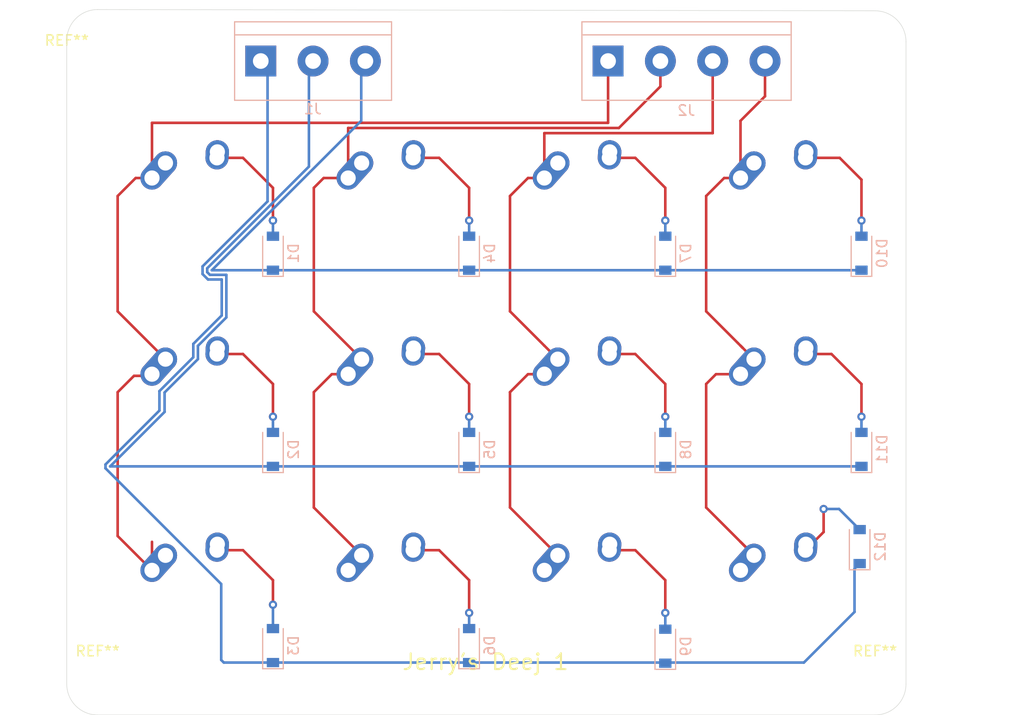
<source format=kicad_pcb>
(kicad_pcb (version 20240108) (generator "pcbnew") (generator_version "8.0")
  (layers (0 "F.Cu" signal) (31 "B.Cu" signal) (34 "B.Paste" user) (35 "F.Paste" user) (36 "B.SilkS" user "B.Silkscreen") (37 "F.SilkS" user "F.Silkscreen") (38 "B.Mask" user) (39 "F.Mask" user) (44 "Edge.Cuts" user))
  (net 0 "")
  (net 1 "ROW0")
  (net 2 "Net-(D1-Pad2)")
  (net 3 "Net-(D2-Pad2)")
  (net 4 "Net-(D3-Pad2)")
  (net 5 "Net-(D4-Pad2)")
  (net 6 "Net-(D6-Pad2)")
  (net 7 "Net-(D7-Pad2)")
  (net 8 "Net-(D8-Pad2)")
  (net 9 "Net-(D10-Pad2)")
  (net 10 "Net-(D11-Pad2)")
  (net 11 "Net-(D12-Pad2)")
  (net 12 "COL0")
  (net 13 "COL1")
  (net 14 "COL2")
  (net 15 "COL3")
  (net 16 "Net-(D5-Pad2)")
  (net 17 "Net-(D9-Pad2)")
  (net 18 "ROW2")
  (net 19 "ROW1")
  (footprint "MX_Alps_Hybrid:MX-1U-NoLED" (layer "F.Cu") (at 128.5875 88.9)
    (property "Reference" "MX1")
    (property "Value" "MX-NoLED")
    (pad "" np_thru_hole circle (at -5.08 0 48.0996) (size 1.75 1.75) (drill 1.75) (layers "*.Cu" "*.Mask"))
    (pad "" np_thru_hole circle (at 0 0) (size 3.9878 3.9878) (drill 3.9878) (layers "*.Cu" "*.Mask"))
    (pad "" np_thru_hole circle (at 5.08 0 48.0996) (size 1.75 1.75) (drill 1.75) (layers "*.Cu" "*.Mask"))
    (pad "1" thru_hole oval (at -3.81 -2.54 48.0996) (size 4.211556 2.25) (drill 1.47 (offset 0.980778 0)) (layers "*.Cu" "B.Mask") (net 12 "COL0"))
    (pad "1" thru_hole circle (at -2.5 -4) (size 2.25 2.25) (drill 1.47) (layers "*.Cu" "B.Mask") (net 12 "COL0"))
    (pad "2" thru_hole oval (at 2.5 -4.5 86.0548) (size 2.831378 2.25) (drill 1.47 (offset 0.290689 0)) (layers "*.Cu" "B.Mask") (net 2 "Net-(D1-Pad2)"))
    (pad "2" thru_hole circle (at 2.54 -5.08) (size 2.25 2.25) (drill 1.47) (layers "*.Cu" "B.Mask") (net 2 "Net-(D1-Pad2)"))
  )
  (footprint "MX_Alps_Hybrid:MX-1U-NoLED" (layer "F.Cu") (at 128.5875 107.95)
    (property "Reference" "MX2")
    (property "Value" "MX-NoLED")
    (pad "" np_thru_hole circle (at -5.08 0 48.0996) (size 1.75 1.75) (drill 1.75) (layers "*.Cu" "*.Mask"))
    (pad "" np_thru_hole circle (at 0 0) (size 3.9878 3.9878) (drill 3.9878) (layers "*.Cu" "*.Mask"))
    (pad "" np_thru_hole circle (at 5.08 0 48.0996) (size 1.75 1.75) (drill 1.75) (layers "*.Cu" "*.Mask"))
    (pad "1" thru_hole oval (at -3.81 -2.54 48.0996) (size 4.211556 2.25) (drill 1.47 (offset 0.980778 0)) (layers "*.Cu" "B.Mask") (net 12 "COL0"))
    (pad "1" thru_hole circle (at -2.5 -4) (size 2.25 2.25) (drill 1.47) (layers "*.Cu" "B.Mask") (net 12 "COL0"))
    (pad "2" thru_hole oval (at 2.5 -4.5 86.0548) (size 2.831378 2.25) (drill 1.47 (offset 0.290689 0)) (layers "*.Cu" "B.Mask") (net 3 "Net-(D2-Pad2)"))
    (pad "2" thru_hole circle (at 2.54 -5.08) (size 2.25 2.25) (drill 1.47) (layers "*.Cu" "B.Mask") (net 3 "Net-(D2-Pad2)"))
  )
  (footprint "MX_Alps_Hybrid:MX-1U-NoLED" (layer "F.Cu") (at 128.5875 127)
    (property "Reference" "MX3")
    (property "Value" "MX-NoLED")
    (pad "" np_thru_hole circle (at -5.08 0 48.0996) (size 1.75 1.75) (drill 1.75) (layers "*.Cu" "*.Mask"))
    (pad "" np_thru_hole circle (at 0 0) (size 3.9878 3.9878) (drill 3.9878) (layers "*.Cu" "*.Mask"))
    (pad "" np_thru_hole circle (at 5.08 0 48.0996) (size 1.75 1.75) (drill 1.75) (layers "*.Cu" "*.Mask"))
    (pad "1" thru_hole oval (at -3.81 -2.54 48.0996) (size 4.211556 2.25) (drill 1.47 (offset 0.980778 0)) (layers "*.Cu" "B.Mask") (net 12 "COL0"))
    (pad "1" thru_hole circle (at -2.5 -4) (size 2.25 2.25) (drill 1.47) (layers "*.Cu" "B.Mask") (net 12 "COL0"))
    (pad "2" thru_hole oval (at 2.5 -4.5 86.0548) (size 2.831378 2.25) (drill 1.47 (offset 0.290689 0)) (layers "*.Cu" "B.Mask") (net 4 "Net-(D3-Pad2)"))
    (pad "2" thru_hole circle (at 2.54 -5.08) (size 2.25 2.25) (drill 1.47) (layers "*.Cu" "B.Mask") (net 4 "Net-(D3-Pad2)"))
  )
  (footprint "MX_Alps_Hybrid:MX-1U-NoLED" (layer "F.Cu") (at 147.6375 88.9)
    (property "Reference" "MX4")
    (property "Value" "MX-NoLED")
    (pad "" np_thru_hole circle (at -5.08 0 48.0996) (size 1.75 1.75) (drill 1.75) (layers "*.Cu" "*.Mask"))
    (pad "" np_thru_hole circle (at 0 0) (size 3.9878 3.9878) (drill 3.9878) (layers "*.Cu" "*.Mask"))
    (pad "" np_thru_hole circle (at 5.08 0 48.0996) (size 1.75 1.75) (drill 1.75) (layers "*.Cu" "*.Mask"))
    (pad "1" thru_hole oval (at -3.81 -2.54 48.0996) (size 4.211556 2.25) (drill 1.47 (offset 0.980778 0)) (layers "*.Cu" "B.Mask") (net 13 "COL1"))
    (pad "1" thru_hole circle (at -2.5 -4) (size 2.25 2.25) (drill 1.47) (layers "*.Cu" "B.Mask") (net 13 "COL1"))
    (pad "2" thru_hole oval (at 2.5 -4.5 86.0548) (size 2.831378 2.25) (drill 1.47 (offset 0.290689 0)) (layers "*.Cu" "B.Mask") (net 5 "Net-(D4-Pad2)"))
    (pad "2" thru_hole circle (at 2.54 -5.08) (size 2.25 2.25) (drill 1.47) (layers "*.Cu" "B.Mask") (net 5 "Net-(D4-Pad2)"))
  )
  (footprint "MX_Alps_Hybrid:MX-1U-NoLED" (layer "F.Cu") (at 147.6375 107.95)
    (property "Reference" "MX5")
    (property "Value" "MX-NoLED")
    (pad "" np_thru_hole circle (at -5.08 0 48.0996) (size 1.75 1.75) (drill 1.75) (layers "*.Cu" "*.Mask"))
    (pad "" np_thru_hole circle (at 0 0) (size 3.9878 3.9878) (drill 3.9878) (layers "*.Cu" "*.Mask"))
    (pad "" np_thru_hole circle (at 5.08 0 48.0996) (size 1.75 1.75) (drill 1.75) (layers "*.Cu" "*.Mask"))
    (pad "1" thru_hole oval (at -3.81 -2.54 48.0996) (size 4.211556 2.25) (drill 1.47 (offset 0.980778 0)) (layers "*.Cu" "B.Mask") (net 13 "COL1"))
    (pad "1" thru_hole circle (at -2.5 -4) (size 2.25 2.25) (drill 1.47) (layers "*.Cu" "B.Mask") (net 13 "COL1"))
    (pad "2" thru_hole oval (at 2.5 -4.5 86.0548) (size 2.831378 2.25) (drill 1.47 (offset 0.290689 0)) (layers "*.Cu" "B.Mask") (net 16 "Net-(D5-Pad2)"))
    (pad "2" thru_hole circle (at 2.54 -5.08) (size 2.25 2.25) (drill 1.47) (layers "*.Cu" "B.Mask") (net 16 "Net-(D5-Pad2)"))
  )
  (footprint "MX_Alps_Hybrid:MX-1U-NoLED" (layer "F.Cu") (at 147.6375 127)
    (property "Reference" "MX6")
    (property "Value" "MX-NoLED")
    (pad "" np_thru_hole circle (at -5.08 0 48.0996) (size 1.75 1.75) (drill 1.75) (layers "*.Cu" "*.Mask"))
    (pad "" np_thru_hole circle (at 0 0) (size 3.9878 3.9878) (drill 3.9878) (layers "*.Cu" "*.Mask"))
    (pad "" np_thru_hole circle (at 5.08 0 48.0996) (size 1.75 1.75) (drill 1.75) (layers "*.Cu" "*.Mask"))
    (pad "1" thru_hole oval (at -3.81 -2.54 48.0996) (size 4.211556 2.25) (drill 1.47 (offset 0.980778 0)) (layers "*.Cu" "B.Mask") (net 13 "COL1"))
    (pad "1" thru_hole circle (at -2.5 -4) (size 2.25 2.25) (drill 1.47) (layers "*.Cu" "B.Mask") (net 13 "COL1"))
    (pad "2" thru_hole oval (at 2.5 -4.5 86.0548) (size 2.831378 2.25) (drill 1.47 (offset 0.290689 0)) (layers "*.Cu" "B.Mask") (net 6 "Net-(D6-Pad2)"))
    (pad "2" thru_hole circle (at 2.54 -5.08) (size 2.25 2.25) (drill 1.47) (layers "*.Cu" "B.Mask") (net 6 "Net-(D6-Pad2)"))
  )
  (footprint "MX_Alps_Hybrid:MX-1U-NoLED" (layer "F.Cu") (at 166.6875 88.9)
    (property "Reference" "MX7")
    (property "Value" "MX-NoLED")
    (pad "" np_thru_hole circle (at -5.08 0 48.0996) (size 1.75 1.75) (drill 1.75) (layers "*.Cu" "*.Mask"))
    (pad "" np_thru_hole circle (at 0 0) (size 3.9878 3.9878) (drill 3.9878) (layers "*.Cu" "*.Mask"))
    (pad "" np_thru_hole circle (at 5.08 0 48.0996) (size 1.75 1.75) (drill 1.75) (layers "*.Cu" "*.Mask"))
    (pad "1" thru_hole oval (at -3.81 -2.54 48.0996) (size 4.211556 2.25) (drill 1.47 (offset 0.980778 0)) (layers "*.Cu" "B.Mask") (net 14 "COL2"))
    (pad "1" thru_hole circle (at -2.5 -4) (size 2.25 2.25) (drill 1.47) (layers "*.Cu" "B.Mask") (net 14 "COL2"))
    (pad "2" thru_hole oval (at 2.5 -4.5 86.0548) (size 2.831378 2.25) (drill 1.47 (offset 0.290689 0)) (layers "*.Cu" "B.Mask") (net 7 "Net-(D7-Pad2)"))
    (pad "2" thru_hole circle (at 2.54 -5.08) (size 2.25 2.25) (drill 1.47) (layers "*.Cu" "B.Mask") (net 7 "Net-(D7-Pad2)"))
  )
  (footprint "MX_Alps_Hybrid:MX-1U-NoLED" (layer "F.Cu") (at 166.6875 107.95)
    (property "Reference" "MX8")
    (property "Value" "MX-NoLED")
    (pad "" np_thru_hole circle (at -5.08 0 48.0996) (size 1.75 1.75) (drill 1.75) (layers "*.Cu" "*.Mask"))
    (pad "" np_thru_hole circle (at 0 0) (size 3.9878 3.9878) (drill 3.9878) (layers "*.Cu" "*.Mask"))
    (pad "" np_thru_hole circle (at 5.08 0 48.0996) (size 1.75 1.75) (drill 1.75) (layers "*.Cu" "*.Mask"))
    (pad "1" thru_hole oval (at -3.81 -2.54 48.0996) (size 4.211556 2.25) (drill 1.47 (offset 0.980778 0)) (layers "*.Cu" "B.Mask") (net 14 "COL2"))
    (pad "1" thru_hole circle (at -2.5 -4) (size 2.25 2.25) (drill 1.47) (layers "*.Cu" "B.Mask") (net 14 "COL2"))
    (pad "2" thru_hole oval (at 2.5 -4.5 86.0548) (size 2.831378 2.25) (drill 1.47 (offset 0.290689 0)) (layers "*.Cu" "B.Mask") (net 8 "Net-(D8-Pad2)"))
    (pad "2" thru_hole circle (at 2.54 -5.08) (size 2.25 2.25) (drill 1.47) (layers "*.Cu" "B.Mask") (net 8 "Net-(D8-Pad2)"))
  )
  (footprint "MX_Alps_Hybrid:MX-1U-NoLED" (layer "F.Cu") (at 166.6875 127)
    (property "Reference" "MX9")
    (property "Value" "MX-NoLED")
    (pad "" np_thru_hole circle (at -5.08 0 48.0996) (size 1.75 1.75) (drill 1.75) (layers "*.Cu" "*.Mask"))
    (pad "" np_thru_hole circle (at 0 0) (size 3.9878 3.9878) (drill 3.9878) (layers "*.Cu" "*.Mask"))
    (pad "" np_thru_hole circle (at 5.08 0 48.0996) (size 1.75 1.75) (drill 1.75) (layers "*.Cu" "*.Mask"))
    (pad "1" thru_hole oval (at -3.81 -2.54 48.0996) (size 4.211556 2.25) (drill 1.47 (offset 0.980778 0)) (layers "*.Cu" "B.Mask") (net 14 "COL2"))
    (pad "1" thru_hole circle (at -2.5 -4) (size 2.25 2.25) (drill 1.47) (layers "*.Cu" "B.Mask") (net 14 "COL2"))
    (pad "2" thru_hole oval (at 2.5 -4.5 86.0548) (size 2.831378 2.25) (drill 1.47 (offset 0.290689 0)) (layers "*.Cu" "B.Mask") (net 17 "Net-(D9-Pad2)"))
    (pad "2" thru_hole circle (at 2.54 -5.08) (size 2.25 2.25) (drill 1.47) (layers "*.Cu" "B.Mask") (net 17 "Net-(D9-Pad2)"))
  )
  (footprint "MX_Alps_Hybrid:MX-1U-NoLED" (layer "F.Cu") (at 185.7375 88.9)
    (property "Reference" "MX10")
    (property "Value" "MX-NoLED")
    (pad "" np_thru_hole circle (at -5.08 0 48.0996) (size 1.75 1.75) (drill 1.75) (layers "*.Cu" "*.Mask"))
    (pad "" np_thru_hole circle (at 0 0) (size 3.9878 3.9878) (drill 3.9878) (layers "*.Cu" "*.Mask"))
    (pad "" np_thru_hole circle (at 5.08 0 48.0996) (size 1.75 1.75) (drill 1.75) (layers "*.Cu" "*.Mask"))
    (pad "1" thru_hole oval (at -3.81 -2.54 48.0996) (size 4.211556 2.25) (drill 1.47 (offset 0.980778 0)) (layers "*.Cu" "B.Mask") (net 15 "COL3"))
    (pad "1" thru_hole circle (at -2.5 -4) (size 2.25 2.25) (drill 1.47) (layers "*.Cu" "B.Mask") (net 15 "COL3"))
    (pad "2" thru_hole oval (at 2.5 -4.5 86.0548) (size 2.831378 2.25) (drill 1.47 (offset 0.290689 0)) (layers "*.Cu" "B.Mask") (net 9 "Net-(D10-Pad2)"))
    (pad "2" thru_hole circle (at 2.54 -5.08) (size 2.25 2.25) (drill 1.47) (layers "*.Cu" "B.Mask") (net 9 "Net-(D10-Pad2)"))
  )
  (footprint "MX_Alps_Hybrid:MX-1U-NoLED" (layer "F.Cu") (at 185.7375 107.95)
    (property "Reference" "MX11")
    (property "Value" "MX-NoLED")
    (pad "" np_thru_hole circle (at -5.08 0 48.0996) (size 1.75 1.75) (drill 1.75) (layers "*.Cu" "*.Mask"))
    (pad "" np_thru_hole circle (at 0 0) (size 3.9878 3.9878) (drill 3.9878) (layers "*.Cu" "*.Mask"))
    (pad "" np_thru_hole circle (at 5.08 0 48.0996) (size 1.75 1.75) (drill 1.75) (layers "*.Cu" "*.Mask"))
    (pad "1" thru_hole oval (at -3.81 -2.54 48.0996) (size 4.211556 2.25) (drill 1.47 (offset 0.980778 0)) (layers "*.Cu" "B.Mask") (net 15 "COL3"))
    (pad "1" thru_hole circle (at -2.5 -4) (size 2.25 2.25) (drill 1.47) (layers "*.Cu" "B.Mask") (net 15 "COL3"))
    (pad "2" thru_hole oval (at 2.5 -4.5 86.0548) (size 2.831378 2.25) (drill 1.47 (offset 0.290689 0)) (layers "*.Cu" "B.Mask") (net 10 "Net-(D11-Pad2)"))
    (pad "2" thru_hole circle (at 2.54 -5.08) (size 2.25 2.25) (drill 1.47) (layers "*.Cu" "B.Mask") (net 10 "Net-(D11-Pad2)"))
  )
  (footprint "MX_Alps_Hybrid:MX-1U-NoLED" (layer "F.Cu") (at 185.7375 127)
    (property "Reference" "MX12")
    (property "Value" "MX-NoLED")
    (pad "" np_thru_hole circle (at -5.08 0 48.0996) (size 1.75 1.75) (drill 1.75) (layers "*.Cu" "*.Mask"))
    (pad "" np_thru_hole circle (at 0 0) (size 3.9878 3.9878) (drill 3.9878) (layers "*.Cu" "*.Mask"))
    (pad "" np_thru_hole circle (at 5.08 0 48.0996) (size 1.75 1.75) (drill 1.75) (layers "*.Cu" "*.Mask"))
    (pad "1" thru_hole oval (at -3.81 -2.54 48.0996) (size 4.211556 2.25) (drill 1.47 (offset 0.980778 0)) (layers "*.Cu" "B.Mask") (net 15 "COL3"))
    (pad "1" thru_hole circle (at -2.5 -4) (size 2.25 2.25) (drill 1.47) (layers "*.Cu" "B.Mask") (net 15 "COL3"))
    (pad "2" thru_hole oval (at 2.5 -4.5 86.0548) (size 2.831378 2.25) (drill 1.47 (offset 0.290689 0)) (layers "*.Cu" "B.Mask") (net 11 "Net-(D12-Pad2)"))
    (pad "2" thru_hole circle (at 2.54 -5.08) (size 2.25 2.25) (drill 1.47) (layers "*.Cu" "B.Mask") (net 11 "Net-(D12-Pad2)"))
  )
  (footprint "Mounting_Holes:MountingHole_2.2mm_M2" (layer "F.Cu") (at 195 75)
    (property "Reference" "REF**" (hide yes))
    (property "Value" "MountingHole_2.2mm_M2")
    (pad "" np_thru_hole circle (at 0 0) (size 2.2 2.2) (drill 2.2) (layers "*.Cu" "*.Mask"))
  )
  (footprint "Mounting_Holes:MountingHole_2.2mm_M2" (layer "F.Cu") (at 195 135.5)
    (property "Reference" "REF**" (at 0 -3.2 0) (layer "F.SilkS"))
    (property "Value" "MountingHole_2.2mm_M2")
    (pad "" np_thru_hole circle (at 0 0) (size 2.2 2.2) (drill 2.2) (layers "*.Cu" "*.Mask"))
  )
  (footprint "Mounting_Holes:MountingHole_2.2mm_M2" (layer "F.Cu") (at 119.5 75)
    (property "Reference" "REF**" (at -3 -2 0) (layer "F.SilkS"))
    (property "Value" "MountingHole_2.2mm_M2")
    (pad "" np_thru_hole circle (at 0 0) (size 2.2 2.2) (drill 2.2) (layers "*.Cu" "*.Mask"))
  )
  (footprint "Mounting_Holes:MountingHole_2.2mm_M2" (layer "F.Cu") (at 119.5 135.5)
    (property "Reference" "REF**" (at 0 -3.2 0) (layer "F.SilkS"))
    (property "Value" "MountingHole_2.2mm_M2")
    (pad "" np_thru_hole circle (at 0 0) (size 2.2 2.2) (drill 2.2) (layers "*.Cu" "*.Mask"))
  )
  (footprint "Diodes_SMD:D_SOD-123" (layer "B.Cu") (at 136.525 93.6625 90)
    (property "Reference" "D1" (at 0 2 -90) (layer "B.SilkS") (effects (justify mirror)))
    (property "Value" "D_Small")
    (fp_line (start -2.25 -1) (end 1.65 -1) (stroke (width 0.12)) (layer "B.SilkS"))
    (fp_line (start -2.25 1) (end -2.25 -1) (stroke (width 0.12)) (layer "B.SilkS"))
    (fp_line (start -2.25 1) (end 1.65 1) (stroke (width 0.12)) (layer "B.SilkS"))
    (pad "1" smd rect (at -1.65 0 90) (size 0.9 1.2) (layers "B.Cu" "B.Paste" "B.Mask") (net 18 "ROW2"))
    (pad "2" smd rect (at 1.65 0 90) (size 0.9 1.2) (layers "B.Cu" "B.Paste" "B.Mask") (net 2 "Net-(D1-Pad2)"))
  )
  (footprint "Diodes_SMD:D_SOD-123" (layer "B.Cu") (at 136.525 112.7125 90)
    (property "Reference" "D2" (at 0 2 -90) (layer "B.SilkS") (effects (justify mirror)))
    (property "Value" "D_Small")
    (fp_line (start -2.25 -1) (end 1.65 -1) (stroke (width 0.12)) (layer "B.SilkS"))
    (fp_line (start -2.25 1) (end -2.25 -1) (stroke (width 0.12)) (layer "B.SilkS"))
    (fp_line (start -2.25 1) (end 1.65 1) (stroke (width 0.12)) (layer "B.SilkS"))
    (pad "1" smd rect (at -1.65 0 90) (size 0.9 1.2) (layers "B.Cu" "B.Paste" "B.Mask") (net 19 "ROW1"))
    (pad "2" smd rect (at 1.65 0 90) (size 0.9 1.2) (layers "B.Cu" "B.Paste" "B.Mask") (net 3 "Net-(D2-Pad2)"))
  )
  (footprint "Diodes_SMD:D_SOD-123" (layer "B.Cu") (at 136.525 131.7625 90)
    (property "Reference" "D3" (at 0 2 90) (layer "B.SilkS") (effects (justify mirror)))
    (property "Value" "D_Small")
    (fp_line (start -2.25 -1) (end 1.65 -1) (stroke (width 0.12)) (layer "B.SilkS"))
    (fp_line (start -2.25 1) (end -2.25 -1) (stroke (width 0.12)) (layer "B.SilkS"))
    (fp_line (start -2.25 1) (end 1.65 1) (stroke (width 0.12)) (layer "B.SilkS"))
    (pad "1" smd rect (at -1.65 0 90) (size 0.9 1.2) (layers "B.Cu" "B.Paste" "B.Mask") (net 1 "ROW0"))
    (pad "2" smd rect (at 1.65 0 90) (size 0.9 1.2) (layers "B.Cu" "B.Paste" "B.Mask") (net 4 "Net-(D3-Pad2)"))
  )
  (footprint "Diodes_SMD:D_SOD-123" (layer "B.Cu") (at 155.575 93.6625 90)
    (property "Reference" "D4" (at 0 2 -90) (layer "B.SilkS") (effects (justify mirror)))
    (property "Value" "D_Small")
    (fp_line (start -2.25 -1) (end 1.65 -1) (stroke (width 0.12)) (layer "B.SilkS"))
    (fp_line (start -2.25 1) (end -2.25 -1) (stroke (width 0.12)) (layer "B.SilkS"))
    (fp_line (start -2.25 1) (end 1.65 1) (stroke (width 0.12)) (layer "B.SilkS"))
    (pad "1" smd rect (at -1.65 0 90) (size 0.9 1.2) (layers "B.Cu" "B.Paste" "B.Mask") (net 18 "ROW2"))
    (pad "2" smd rect (at 1.65 0 90) (size 0.9 1.2) (layers "B.Cu" "B.Paste" "B.Mask") (net 5 "Net-(D4-Pad2)"))
  )
  (footprint "Diodes_SMD:D_SOD-123" (layer "B.Cu") (at 155.575 112.7125 90)
    (property "Reference" "D5" (at 0 2 90) (layer "B.SilkS") (effects (justify mirror)))
    (property "Value" "D_Small")
    (fp_line (start -2.25 -1) (end 1.65 -1) (stroke (width 0.12)) (layer "B.SilkS"))
    (fp_line (start -2.25 1) (end -2.25 -1) (stroke (width 0.12)) (layer "B.SilkS"))
    (fp_line (start -2.25 1) (end 1.65 1) (stroke (width 0.12)) (layer "B.SilkS"))
    (pad "1" smd rect (at -1.65 0 90) (size 0.9 1.2) (layers "B.Cu" "B.Paste" "B.Mask") (net 19 "ROW1"))
    (pad "2" smd rect (at 1.65 0 90) (size 0.9 1.2) (layers "B.Cu" "B.Paste" "B.Mask") (net 16 "Net-(D5-Pad2)"))
  )
  (footprint "Diodes_SMD:D_SOD-123" (layer "B.Cu") (at 155.575 131.7625 90)
    (property "Reference" "D6" (at 0 2 90) (layer "B.SilkS") (effects (justify mirror)))
    (property "Value" "D_Small")
    (fp_line (start -2.25 -1) (end 1.65 -1) (stroke (width 0.12)) (layer "B.SilkS"))
    (fp_line (start -2.25 1) (end -2.25 -1) (stroke (width 0.12)) (layer "B.SilkS"))
    (fp_line (start -2.25 1) (end 1.65 1) (stroke (width 0.12)) (layer "B.SilkS"))
    (pad "1" smd rect (at -1.65 0 90) (size 0.9 1.2) (layers "B.Cu" "B.Paste" "B.Mask") (net 1 "ROW0"))
    (pad "2" smd rect (at 1.65 0 90) (size 0.9 1.2) (layers "B.Cu" "B.Paste" "B.Mask") (net 6 "Net-(D6-Pad2)"))
  )
  (footprint "Diodes_SMD:D_SOD-123" (layer "B.Cu") (at 174.625 93.6625 90)
    (property "Reference" "D7" (at 0 2 90) (layer "B.SilkS") (effects (justify mirror)))
    (property "Value" "D_Small")
    (fp_line (start -2.25 -1) (end 1.65 -1) (stroke (width 0.12)) (layer "B.SilkS"))
    (fp_line (start -2.25 1) (end -2.25 -1) (stroke (width 0.12)) (layer "B.SilkS"))
    (fp_line (start -2.25 1) (end 1.65 1) (stroke (width 0.12)) (layer "B.SilkS"))
    (pad "1" smd rect (at -1.65 0 90) (size 0.9 1.2) (layers "B.Cu" "B.Paste" "B.Mask") (net 18 "ROW2"))
    (pad "2" smd rect (at 1.65 0 90) (size 0.9 1.2) (layers "B.Cu" "B.Paste" "B.Mask") (net 7 "Net-(D7-Pad2)"))
  )
  (footprint "Diodes_SMD:D_SOD-123" (layer "B.Cu") (at 174.625 112.7125 90)
    (property "Reference" "D8" (at 0 2 90) (layer "B.SilkS") (effects (justify mirror)))
    (property "Value" "D_Small")
    (fp_line (start -2.25 -1) (end 1.65 -1) (stroke (width 0.12)) (layer "B.SilkS"))
    (fp_line (start -2.25 1) (end -2.25 -1) (stroke (width 0.12)) (layer "B.SilkS"))
    (fp_line (start -2.25 1) (end 1.65 1) (stroke (width 0.12)) (layer "B.SilkS"))
    (pad "1" smd rect (at -1.65 0 90) (size 0.9 1.2) (layers "B.Cu" "B.Paste" "B.Mask") (net 19 "ROW1"))
    (pad "2" smd rect (at 1.65 0 90) (size 0.9 1.2) (layers "B.Cu" "B.Paste" "B.Mask") (net 8 "Net-(D8-Pad2)"))
  )
  (footprint "Diodes_SMD:D_SOD-123" (layer "B.Cu") (at 174.625 131.825 90)
    (property "Reference" "D9" (at 0 2 90) (layer "B.SilkS") (effects (justify mirror)))
    (property "Value" "D_Small")
    (fp_line (start -2.25 -1) (end 1.65 -1) (stroke (width 0.12)) (layer "B.SilkS"))
    (fp_line (start -2.25 1) (end -2.25 -1) (stroke (width 0.12)) (layer "B.SilkS"))
    (fp_line (start -2.25 1) (end 1.65 1) (stroke (width 0.12)) (layer "B.SilkS"))
    (pad "1" smd rect (at -1.65 0 90) (size 0.9 1.2) (layers "B.Cu" "B.Paste" "B.Mask") (net 1 "ROW0"))
    (pad "2" smd rect (at 1.65 0 90) (size 0.9 1.2) (layers "B.Cu" "B.Paste" "B.Mask") (net 17 "Net-(D9-Pad2)"))
  )
  (footprint "Diodes_SMD:D_SOD-123" (layer "B.Cu") (at 193.675 93.6625 90)
    (property "Reference" "D10" (at 0 2 90) (layer "B.SilkS") (effects (justify mirror)))
    (property "Value" "D_Small")
    (fp_line (start -2.25 -1) (end 1.65 -1) (stroke (width 0.12)) (layer "B.SilkS"))
    (fp_line (start -2.25 1) (end -2.25 -1) (stroke (width 0.12)) (layer "B.SilkS"))
    (fp_line (start -2.25 1) (end 1.65 1) (stroke (width 0.12)) (layer "B.SilkS"))
    (pad "1" smd rect (at -1.65 0 90) (size 0.9 1.2) (layers "B.Cu" "B.Paste" "B.Mask") (net 18 "ROW2"))
    (pad "2" smd rect (at 1.65 0 90) (size 0.9 1.2) (layers "B.Cu" "B.Paste" "B.Mask") (net 9 "Net-(D10-Pad2)"))
  )
  (footprint "Diodes_SMD:D_SOD-123" (layer "B.Cu") (at 193.675 112.7125 90)
    (property "Reference" "D11" (at 0 2 90) (layer "B.SilkS") (effects (justify mirror)))
    (property "Value" "D_Small")
    (fp_line (start -2.25 -1) (end 1.65 -1) (stroke (width 0.12)) (layer "B.SilkS"))
    (fp_line (start -2.25 1) (end -2.25 -1) (stroke (width 0.12)) (layer "B.SilkS"))
    (fp_line (start -2.25 1) (end 1.65 1) (stroke (width 0.12)) (layer "B.SilkS"))
    (pad "1" smd rect (at -1.65 0 90) (size 0.9 1.2) (layers "B.Cu" "B.Paste" "B.Mask") (net 19 "ROW1"))
    (pad "2" smd rect (at 1.65 0 90) (size 0.9 1.2) (layers "B.Cu" "B.Paste" "B.Mask") (net 10 "Net-(D11-Pad2)"))
  )
  (footprint "Diodes_SMD:D_SOD-123" (layer "B.Cu") (at 193.5 122.15 90)
    (property "Reference" "D12" (at 0 2 90) (layer "B.SilkS") (effects (justify mirror)))
    (property "Value" "D_Small")
    (fp_line (start -2.25 -1) (end 1.65 -1) (stroke (width 0.12)) (layer "B.SilkS"))
    (fp_line (start -2.25 1) (end -2.25 -1) (stroke (width 0.12)) (layer "B.SilkS"))
    (fp_line (start -2.25 1) (end 1.65 1) (stroke (width 0.12)) (layer "B.SilkS"))
    (pad "1" smd rect (at -1.65 0 90) (size 0.9 1.2) (layers "B.Cu" "B.Paste" "B.Mask") (net 1 "ROW0"))
    (pad "2" smd rect (at 1.65 0 90) (size 0.9 1.2) (layers "B.Cu" "B.Paste" "B.Mask") (net 11 "Net-(D12-Pad2)"))
  )
  (footprint "Connectors_Terminal_Blocks:TerminalBlock_bornier-3_P5.08mm" (layer "B.Cu") (at 135.34 75)
    (property "Reference" "J1" (at 5.05 4.65 0) (layer "B.SilkS") (effects (justify mirror)))
    (property "Value" "Screw_Terminal_01x03")
    (fp_line (start -2.54 -3.81) (end -2.54 3.81) (stroke (width 0.12)) (layer "B.SilkS"))
    (fp_line (start -2.54 -3.81) (end 12.7 -3.81) (stroke (width 0.12)) (layer "B.SilkS"))
    (fp_line (start -2.54 -2.54) (end 12.7 -2.54) (stroke (width 0.12)) (layer "B.SilkS"))
    (fp_line (start -2.54 3.81) (end 12.7 3.81) (stroke (width 0.12)) (layer "B.SilkS"))
    (fp_line (start 12.7 -3.81) (end 12.7 3.81) (stroke (width 0.12)) (layer "B.SilkS"))
    (pad "1" thru_hole rect (at 0 0) (size 3 3) (drill 1.52) (layers "*.Cu" "*.Mask") (net 1 "ROW0"))
    (pad "2" thru_hole circle (at 5.08 0) (size 3 3) (drill 1.52) (layers "*.Cu" "*.Mask") (net 19 "ROW1"))
    (pad "3" thru_hole circle (at 10.16 0) (size 3 3) (drill 1.52) (layers "*.Cu" "*.Mask") (net 18 "ROW2"))
  )
  (footprint "Connectors_Terminal_Blocks:TerminalBlock_bornier-4_P5.08mm" (layer "B.Cu") (at 169.06875 75)
    (property "Reference" "J2" (at 7.6 4.8 0) (layer "B.SilkS") (effects (justify mirror)))
    (property "Value" "Screw_Terminal_01x04")
    (fp_line (start -2.54 -3.81) (end 17.78 -3.81) (stroke (width 0.12)) (layer "B.SilkS"))
    (fp_line (start -2.54 3.81) (end -2.54 -3.81) (stroke (width 0.12)) (layer "B.SilkS"))
    (fp_line (start -2.54 3.81) (end 17.78 3.81) (stroke (width 0.12)) (layer "B.SilkS"))
    (fp_line (start 17.78 -3.81) (end 17.78 3.81) (stroke (width 0.12)) (layer "B.SilkS"))
    (fp_line (start 17.78 -2.54) (end -2.54 -2.54) (stroke (width 0.12)) (layer "B.SilkS"))
    (pad "1" thru_hole rect (at 0 0) (size 3 3) (drill 1.52) (layers "*.Cu" "*.Mask") (net 12 "COL0"))
    (pad "2" thru_hole circle (at 5.08 0) (size 3 3) (drill 1.52) (layers "*.Cu" "*.Mask") (net 13 "COL1"))
    (pad "3" thru_hole circle (at 10.16 0) (size 3 3) (drill 1.52) (layers "*.Cu" "*.Mask") (net 14 "COL2"))
    (pad "4" thru_hole circle (at 15.24 0) (size 3 3) (drill 1.52) (layers "*.Cu" "*.Mask") (net 15 "COL3"))
  )
  (gr_arc (start 195 70.12132) (mid 197.12132 71) (end 198 73.12132) (stroke (width 0.05)) (layer "Edge.Cuts"))
  (gr_arc (start 119.5 138.5) (mid 117.37868 137.62132) (end 116.5 135.5) (stroke (width 0.05)) (layer "Edge.Cuts"))
  (gr_arc (start 198 135.5) (mid 197.12132 137.62132) (end 195 138.5) (stroke (width 0.05)) (layer "Edge.Cuts"))
  (gr_line (start 116.5 73) (end 116.5 135.5) (stroke (width 0.05)) (layer "Edge.Cuts"))
  (gr_line (start 198 73.12132) (end 198 135.5) (stroke (width 0.05)) (layer "Edge.Cuts"))
  (gr_line (start 195 70.12132) (end 119.5 70) (stroke (width 0.05)) (layer "Edge.Cuts"))
  (gr_arc (start 116.5 73) (mid 117.37868 70.87868) (end 119.5 70) (stroke (width 0.05)) (layer "Edge.Cuts"))
  (gr_line (start 119.5 138.5) (end 195 138.5) (stroke (width 0.05)) (layer "Edge.Cuts"))
  (gr_text "Jerry's Deej 1" (at 157.1625 133.35 0) (layer "F.SilkS") (effects (font (size 1.524 1.524) (thickness 0.2032))))
  (segment (start 129.68875 95.685292) (end 129.68875 94.939708) (width 0.25) (layer "B.Cu") (net 1))
  (segment (start 120.2625 114.176104) (end 125.5 108.938604) (width 0.25) (layer "B.Cu") (net 1))
  (segment (start 131.5 125.786396) (end 120.2625 114.548896) (width 0.25) (layer "B.Cu") (net 1))
  (segment (start 125.5 107.050973) (end 128.787945 103.763028) (width 0.25) (layer "B.Cu") (net 1))
  (segment (start 131.75 133.4125) (end 131.5 133.1625) (width 0.25) (layer "B.Cu") (net 1))
  (segment (start 153.925 133.35) (end 153.9875 133.4125) (width 0.25) (layer "B.Cu") (net 1))
  (segment (start 120.2625 114.548896) (end 120.2625 114.176104) (width 0.25) (layer "B.Cu") (net 1))
  (segment (start 131.55 99.706913) (end 131.55 96.2125) (width 0.25) (layer "B.Cu") (net 1))
  (segment (start 193 124.3) (end 193.5 123.8) (width 0.25) (layer "B.Cu") (net 1))
  (segment (start 129.68875 94.939708) (end 136 88.628458) (width 0.25) (layer "B.Cu") (net 1))
  (segment (start 125.5 108.938604) (end 125.5 107.050973) (width 0.25) (layer "B.Cu") (net 1))
  (segment (start 131.5 133.1625) (end 131.5 125.786396) (width 0.25) (layer "B.Cu") (net 1))
  (segment (start 136 88.628458) (end 136 75.66) (width 0.25) (layer "B.Cu") (net 1))
  (segment (start 153.9875 133.4125) (end 188.0875 133.4125) (width 0.25) (layer "B.Cu") (net 1))
  (segment (start 193 128.5) (end 193 124.3) (width 0.25) (layer "B.Cu") (net 1))
  (segment (start 131.55 96.2125) (end 130.215958 96.2125) (width 0.25) (layer "B.Cu") (net 1))
  (segment (start 130.215958 96.2125) (end 129.68875 95.685292) (width 0.25) (layer "B.Cu") (net 1))
  (segment (start 153.9875 133.4125) (end 131.75 133.4125) (width 0.25) (layer "B.Cu") (net 1))
  (segment (start 128.787945 103.763028) (end 128.787945 102.468968) (width 0.25) (layer "B.Cu") (net 1))
  (segment (start 188.0875 133.4125) (end 193 128.5) (width 0.25) (layer "B.Cu") (net 1))
  (segment (start 128.787945 102.468968) (end 131.55 99.706913) (width 0.25) (layer "B.Cu") (net 1))
  (segment (start 136 75.66) (end 135.34 75) (width 0.25) (layer "B.Cu") (net 1))
  (segment (start 136.525 87.3125) (end 136.525 90.4875) (width 0.25) (layer "F.Cu") (net 2))
  (segment (start 133.6125 84.4) (end 136.525 87.3125) (width 0.25) (layer "F.Cu") (net 2))
  (segment (start 131.0875 84.4) (end 133.6125 84.4) (width 0.25) (layer "F.Cu") (net 2))
  (via (at 136.525 90.4875) (size 0.8) (drill 0.4) (layers "F.Cu" "B.Cu") (net 2))
  (via (at 136.525 90.4875) (size 0.8) (drill 0.4) (layers "F.Cu" "B.Cu") (net 2))
  (via (at 136.525 90.4875) (size 0.8) (drill 0.4) (layers "F.Cu" "B.Cu") (net 2))
  (segment (start 136.525 90.4875) (end 136.525 92.0125) (width 0.25) (layer "B.Cu") (net 2))
  (segment (start 136.525 106.3625) (end 136.525 109.5375) (width 0.25) (layer "F.Cu") (net 3))
  (segment (start 133.6125 103.45) (end 136.525 106.3625) (width 0.25) (layer "F.Cu") (net 3))
  (segment (start 131.0875 103.45) (end 133.6125 103.45) (width 0.25) (layer "F.Cu") (net 3))
  (via (at 136.525 109.5375) (size 0.8) (drill 0.4) (layers "F.Cu" "B.Cu") (net 3))
  (segment (start 136.525 109.5375) (end 136.525 111.0625) (width 0.25) (layer "B.Cu") (net 3))
  (segment (start 136.525 125.4125) (end 136.525 127.79375) (width 0.25) (layer "F.Cu") (net 4))
  (segment (start 133.6125 122.5) (end 136.525 125.4125) (width 0.25) (layer "F.Cu") (net 4))
  (segment (start 131.0875 122.5) (end 133.6125 122.5) (width 0.25) (layer "F.Cu") (net 4))
  (via (at 136.525 127.79375) (size 0.8) (drill 0.4) (layers "F.Cu" "B.Cu") (net 4))
  (segment (start 136.525 127.79375) (end 136.525 130.1125) (width 0.25) (layer "B.Cu") (net 4))
  (segment (start 136.525 127.88125) (end 136.525 127.79375) (width 0.25) (layer "B.Cu") (net 4))
  (segment (start 150.1375 84.4) (end 152.6625 84.4) (width 0.25) (layer "F.Cu") (net 5))
  (segment (start 152.6625 84.4) (end 155.575 87.3125) (width 0.25) (layer "F.Cu") (net 5))
  (segment (start 155.575 87.3125) (end 155.575 90.4875) (width 0.25) (layer "F.Cu") (net 5))
  (via (at 155.575 90.4875) (size 0.8) (drill 0.4) (layers "F.Cu" "B.Cu") (net 5))
  (segment (start 155.575 90.4875) (end 155.575 92.0125) (width 0.25) (layer "B.Cu") (net 5))
  (segment (start 152.6625 122.5) (end 155.575 125.4125) (width 0.25) (layer "F.Cu") (net 6))
  (segment (start 155.575 125.4125) (end 155.575 128.5875) (width 0.25) (layer "F.Cu") (net 6))
  (segment (start 150.1375 122.5) (end 152.6625 122.5) (width 0.25) (layer "F.Cu") (net 6))
  (via (at 155.575 128.5875) (size 0.8) (drill 0.4) (layers "F.Cu" "B.Cu") (net 6))
  (segment (start 155.575 128.5875) (end 155.575 130.1125) (width 0.25) (layer "B.Cu") (net 6))
  (segment (start 171.7125 84.4) (end 174.625 87.3125) (width 0.25) (layer "F.Cu") (net 7))
  (segment (start 169.1875 84.4) (end 171.7125 84.4) (width 0.25) (layer "F.Cu") (net 7))
  (segment (start 174.625 87.3125) (end 174.625 90.4875) (width 0.25) (layer "F.Cu") (net 7))
  (via (at 174.625 90.4875) (size 0.8) (drill 0.4) (layers "F.Cu" "B.Cu") (net 7))
  (segment (start 174.625 90.4875) (end 174.625 92.0125) (width 0.25) (layer "B.Cu") (net 7))
  (segment (start 171.7125 103.45) (end 174.625 106.3625) (width 0.25) (layer "F.Cu") (net 8))
  (segment (start 169.1875 103.45) (end 171.7125 103.45) (width 0.25) (layer "F.Cu") (net 8))
  (segment (start 174.625 106.3625) (end 174.625 109.5375) (width 0.25) (layer "F.Cu") (net 8))
  (via (at 174.625 109.5375) (size 0.8) (drill 0.4) (layers "F.Cu" "B.Cu") (net 8))
  (segment (start 174.625 109.5375) (end 174.625 111.0625) (width 0.25) (layer "B.Cu") (net 8))
  (segment (start 193.675 86.51875) (end 193.675 90.4875) (width 0.25) (layer "F.Cu") (net 9))
  (segment (start 188.9125 85.075) (end 188.2375 84.4) (width 0.25) (layer "F.Cu") (net 9))
  (segment (start 188.2375 84.4) (end 191.55625 84.4) (width 0.25) (layer "F.Cu") (net 9))
  (segment (start 191.55625 84.4) (end 193.675 86.51875) (width 0.25) (layer "F.Cu") (net 9))
  (via (at 193.675 90.4875) (size 0.8) (drill 0.4) (layers "F.Cu" "B.Cu") (net 9))
  (segment (start 193.675 90.4875) (end 193.675 92.0125) (width 0.25) (layer "B.Cu") (net 9))
  (segment (start 190.7625 103.45) (end 193.675 106.3625) (width 0.25) (layer "F.Cu") (net 10))
  (segment (start 188.2375 103.45) (end 190.7625 103.45) (width 0.25) (layer "F.Cu") (net 10))
  (segment (start 193.675 106.3625) (end 193.675 109.5375) (width 0.25) (layer "F.Cu") (net 10))
  (via (at 193.675 109.5375) (size 0.8) (drill 0.4) (layers "F.Cu" "B.Cu") (net 10))
  (segment (start 193.675 109.5375) (end 193.675 111.0625) (width 0.25) (layer "B.Cu") (net 10))
  (segment (start 190 120.7375) (end 188.2375 122.5) (width 0.25) (layer "F.Cu") (net 11))
  (segment (start 190 118.5) (end 190 120.7375) (width 0.25) (layer "F.Cu") (net 11))
  (via (at 190 118.5) (size 0.8) (drill 0.4) (layers "F.Cu" "B.Cu") (net 11))
  (segment (start 191.5 118.5) (end 193.5 120.5) (width 0.25) (layer "B.Cu") (net 11))
  (segment (start 190 118.5) (end 191.5 118.5) (width 0.25) (layer "B.Cu") (net 11))
  (segment (start 121.44375 99.30625) (end 126.0875 103.95) (width 0.25) (layer "F.Cu") (net 12))
  (segment (start 123.03125 105.56875) (end 121.44375 107.15625) (width 0.25) (layer "F.Cu") (net 12))
  (segment (start 169.06875 81) (end 169.06875 75) (width 0.25) (layer "F.Cu") (net 12))
  (segment (start 124.271498 105.41) (end 124.112748 105.56875) (width 0.25) (layer "F.Cu") (net 12))
  (segment (start 124.7775 81) (end 169.06875 81) (width 0.25) (layer "F.Cu") (net 12))
  (segment (start 124.7775 86.36) (end 123.19 86.36) (width 0.25) (layer "F.Cu") (net 12))
  (segment (start 124.7775 86.36) (end 124.7775 81) (width 0.25) (layer "F.Cu") (net 12))
  (segment (start 123.19 86.36) (end 121.44375 88.10625) (width 0.25) (layer "F.Cu") (net 12))
  (segment (start 121.44375 107.15625) (end 121.44375 121.12625) (width 0.25) (layer "F.Cu") (net 12))
  (segment (start 121.44375 121.12625) (end 124.7775 124.46) (width 0.25) (layer "F.Cu") (net 12))
  (segment (start 121.44375 88.10625) (end 121.44375 99.30625) (width 0.25) (layer "F.Cu") (net 12))
  (segment (start 124.7775 121.69) (end 124.7775 124.46) (width 0.25) (layer "F.Cu") (net 12))
  (segment (start 124.7775 105.41) (end 124.271498 105.41) (width 0.25) (layer "F.Cu") (net 12))
  (segment (start 124.112748 105.56875) (end 123.03125 105.56875) (width 0.25) (layer "F.Cu") (net 12))
  (segment (start 143.8275 105.41) (end 142.24 105.41) (width 0.25) (layer "F.Cu") (net 13))
  (segment (start 142.24 105.41) (end 140.49375 107.15625) (width 0.25) (layer "F.Cu") (net 13))
  (segment (start 140.49375 99.30625) (end 145.1375 103.95) (width 0.25) (layer "F.Cu") (net 13))
  (segment (start 170.11875 81.5) (end 174.14875 77.47) (width 0.25) (layer "F.Cu") (net 13))
  (segment (start 143.8275 86.36) (end 141.44625 86.36) (width 0.25) (layer "F.Cu") (net 13))
  (segment (start 140.49375 87.3125) (end 140.49375 99.30625) (width 0.25) (layer "F.Cu") (net 13))
  (segment (start 174.14875 77.47) (end 174.14875 75) (width 0.25) (layer "F.Cu") (net 13))
  (segment (start 143.8275 86.36) (end 143.8275 81.5) (width 0.25) (layer "F.Cu") (net 13))
  (segment (start 143.8275 81.5) (end 170.11875 81.5) (width 0.25) (layer "F.Cu") (net 13))
  (segment (start 140.49375 118.35625) (end 145.1375 123) (width 0.25) (layer "F.Cu") (net 13))
  (segment (start 141.44625 86.36) (end 140.49375 87.3125) (width 0.25) (layer "F.Cu") (net 13))
  (segment (start 140.49375 107.15625) (end 140.49375 118.35625) (width 0.25) (layer "F.Cu") (net 13))
  (segment (start 162.8775 82) (end 179.22875 82) (width 0.25) (layer "F.Cu") (net 14))
  (segment (start 162.8775 86.36) (end 162.8775 82) (width 0.25) (layer "F.Cu") (net 14))
  (segment (start 159.54375 107.15625) (end 159.54375 118.35625) (width 0.25) (layer "F.Cu") (net 14))
  (segment (start 162.8775 86.36) (end 161.29 86.36) (width 0.25) (layer "F.Cu") (net 14))
  (segment (start 159.54375 88.10625) (end 159.54375 99.30625) (width 0.25) (layer "F.Cu") (net 14))
  (segment (start 159.54375 99.30625) (end 162.8775 102.64) (width 0.25) (layer "F.Cu") (net 14))
  (segment (start 161.29 86.36) (end 159.54375 88.10625) (width 0.25) (layer "F.Cu") (net 14))
  (segment (start 159.54375 118.35625) (end 162.8775 121.69) (width 0.25) (layer "F.Cu") (net 14))
  (segment (start 161.29 105.41) (end 159.54375 107.15625) (width 0.25) (layer "F.Cu") (net 14))
  (segment (start 179.22875 82) (end 179.22875 75) (width 0.25) (layer "F.Cu") (net 14))
  (segment (start 162.8775 105.41) (end 161.29 105.41) (width 0.25) (layer "F.Cu") (net 14))
  (segment (start 162.8775 121.69) (end 164.1875 123) (width 0.25) (layer "F.Cu") (net 14))
  (segment (start 162.8775 102.64) (end 164.1875 103.95) (width 0.25) (layer "F.Cu") (net 14))
  (segment (start 181.9275 80.80375) (end 184.30875 78.4225) (width 0.25) (layer "F.Cu") (net 15))
  (segment (start 181.9275 121.69) (end 183.2375 123) (width 0.25) (layer "F.Cu") (net 15))
  (segment (start 181.9275 102.64) (end 182.121875 102.834375) (width 0.25) (layer "F.Cu") (net 15))
  (segment (start 178.59375 118.35625) (end 183.2375 123) (width 0.25) (layer "F.Cu") (net 15))
  (segment (start 179.54625 105.41) (end 178.59375 106.3625) (width 0.25) (layer "F.Cu") (net 15))
  (segment (start 181.9275 105.41) (end 179.54625 105.41) (width 0.25) (layer "F.Cu") (net 15))
  (segment (start 181.9275 86.36) (end 181.9275 80.80375) (width 0.25) (layer "F.Cu") (net 15))
  (segment (start 178.59375 99.30625) (end 181.68125 102.39375) (width 0.25) (layer "F.Cu") (net 15))
  (segment (start 180.34 86.36) (end 178.59375 88.10625) (width 0.25) (layer "F.Cu") (net 15))
  (segment (start 181.68125 102.39375) (end 182.121875 102.834375) (width 0.25) (layer "F.Cu") (net 15))
  (segment (start 181.9275 86.36) (end 180.34 86.36) (width 0.25) (layer "F.Cu") (net 15))
  (segment (start 182.121875 102.834375) (end 183.2375 103.95) (width 0.25) (layer "F.Cu") (net 15))
  (segment (start 184.30875 78.4225) (end 184.30875 75) (width 0.25) (layer "F.Cu") (net 15))
  (segment (start 178.59375 88.10625) (end 178.59375 99.30625) (width 0.25) (layer "F.Cu") (net 15))
  (segment (start 178.59375 106.3625) (end 178.59375 118.35625) (width 0.25) (layer "F.Cu") (net 15))
  (segment (start 155.575 106.3625) (end 155.575 109.5375) (width 0.25) (layer "F.Cu") (net 16))
  (segment (start 152.6625 103.45) (end 155.575 106.3625) (width 0.25) (layer "F.Cu") (net 16))
  (segment (start 150.1375 103.45) (end 152.6625 103.45) (width 0.25) (layer "F.Cu") (net 16))
  (via (at 155.575 109.5375) (size 0.8) (drill 0.4) (layers "F.Cu" "B.Cu") (net 16))
  (segment (start 155.575 109.5375) (end 155.575 111.0625) (width 0.25) (layer "B.Cu") (net 16))
  (segment (start 171.7125 122.5) (end 173.83125 124.61875) (width 0.25) (layer "F.Cu") (net 17))
  (segment (start 169.1875 122.5) (end 171.7125 122.5) (width 0.25) (layer "F.Cu") (net 17))
  (segment (start 173.83125 124.61875) (end 174.625 125.4125) (width 0.25) (layer "F.Cu") (net 17))
  (segment (start 169.1875 121.96) (end 169.2275 121.92) (width 0.25) (layer "F.Cu") (net 17))
  (segment (start 169.1875 122.5) (end 169.1875 121.96) (width 0.25) (layer "F.Cu") (net 17))
  (segment (start 174.625 125.4125) (end 174.625 128.5875) (width 0.25) (layer "F.Cu") (net 17))
  (via (at 174.625 128.5875) (size 0.8) (drill 0.4) (layers "F.Cu" "B.Cu") (net 17))
  (segment (start 174.625 128.5875) (end 174.625 130.175) (width 0.25) (layer "B.Cu") (net 17))
  (segment (start 145.0975 75.4025) (end 145.5 75) (width 0.25) (layer "B.Cu") (net 18))
  (segment (start 193.675 95.3125) (end 130.58875 95.3125) (width 0.25) (layer "B.Cu") (net 18))
  (segment (start 130.58875 95.3125) (end 145.0975 80.80375) (width 0.25) (layer "B.Cu") (net 18))
  (segment (start 145.0975 80.80375) (end 145.0975 75.4025) (width 0.25) (layer "B.Cu") (net 18))
  (segment (start 130.13875 95.498896) (end 130.13875 95.126104) (width 0.25) (layer "B.Cu") (net 19))
  (segment (start 193.675 114.3625) (end 120.7125 114.3625) (width 0.25) (layer "B.Cu") (net 19))
  (segment (start 132 99.893309) (end 132 95.7625) (width 0.25) (layer "B.Cu") (net 19))
  (segment (start 140.0175 85.247354) (end 140.0175 75.4025) (width 0.25) (layer "B.Cu") (net 19))
  (segment (start 126 109.075) (end 126 107.187369) (width 0.25) (layer "B.Cu") (net 19))
  (segment (start 129.237945 103.949424) (end 129.237945 102.655364) (width 0.25) (layer "B.Cu") (net 19))
  (segment (start 129.237945 102.655364) (end 132 99.893309) (width 0.25) (layer "B.Cu") (net 19))
  (segment (start 126 107.187369) (end 129.237945 103.949424) (width 0.25) (layer "B.Cu") (net 19))
  (segment (start 140.0175 75.4025) (end 140.42 75) (width 0.25) (layer "B.Cu") (net 19))
  (segment (start 132 95.7625) (end 130.402354 95.7625) (width 0.25) (layer "B.Cu") (net 19))
  (segment (start 120.7125 114.3625) (end 126 109.075) (width 0.25) (layer "B.Cu") (net 19))
  (segment (start 130.13875 95.126104) (end 140.0175 85.247354) (width 0.25) (layer "B.Cu") (net 19))
  (segment (start 130.402354 95.7625) (end 130.13875 95.498896) (width 0.25) (layer "B.Cu") (net 19))
)
</source>
